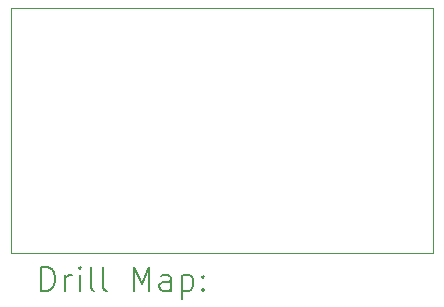
<source format=gbr>
%TF.GenerationSoftware,KiCad,Pcbnew,7.0.10*%
%TF.CreationDate,2025-06-25T11:10:32-05:00*%
%TF.ProjectId,ppg-pcb-4-afe,7070672d-7063-4622-9d34-2d6166652e6b,0*%
%TF.SameCoordinates,Original*%
%TF.FileFunction,Drillmap*%
%TF.FilePolarity,Positive*%
%FSLAX45Y45*%
G04 Gerber Fmt 4.5, Leading zero omitted, Abs format (unit mm)*
G04 Created by KiCad (PCBNEW 7.0.10) date 2025-06-25 11:10:32*
%MOMM*%
%LPD*%
G01*
G04 APERTURE LIST*
%ADD10C,0.100000*%
%ADD11C,0.200000*%
G04 APERTURE END LIST*
D10*
X9826500Y-8175000D02*
X13400000Y-8175000D01*
X13400000Y-10250000D01*
X9826500Y-10250000D01*
X9826500Y-8175000D01*
D11*
X10082277Y-10566484D02*
X10082277Y-10366484D01*
X10082277Y-10366484D02*
X10129896Y-10366484D01*
X10129896Y-10366484D02*
X10158467Y-10376008D01*
X10158467Y-10376008D02*
X10177515Y-10395055D01*
X10177515Y-10395055D02*
X10187039Y-10414103D01*
X10187039Y-10414103D02*
X10196563Y-10452198D01*
X10196563Y-10452198D02*
X10196563Y-10480770D01*
X10196563Y-10480770D02*
X10187039Y-10518865D01*
X10187039Y-10518865D02*
X10177515Y-10537912D01*
X10177515Y-10537912D02*
X10158467Y-10556960D01*
X10158467Y-10556960D02*
X10129896Y-10566484D01*
X10129896Y-10566484D02*
X10082277Y-10566484D01*
X10282277Y-10566484D02*
X10282277Y-10433150D01*
X10282277Y-10471246D02*
X10291801Y-10452198D01*
X10291801Y-10452198D02*
X10301324Y-10442674D01*
X10301324Y-10442674D02*
X10320372Y-10433150D01*
X10320372Y-10433150D02*
X10339420Y-10433150D01*
X10406086Y-10566484D02*
X10406086Y-10433150D01*
X10406086Y-10366484D02*
X10396563Y-10376008D01*
X10396563Y-10376008D02*
X10406086Y-10385531D01*
X10406086Y-10385531D02*
X10415610Y-10376008D01*
X10415610Y-10376008D02*
X10406086Y-10366484D01*
X10406086Y-10366484D02*
X10406086Y-10385531D01*
X10529896Y-10566484D02*
X10510848Y-10556960D01*
X10510848Y-10556960D02*
X10501324Y-10537912D01*
X10501324Y-10537912D02*
X10501324Y-10366484D01*
X10634658Y-10566484D02*
X10615610Y-10556960D01*
X10615610Y-10556960D02*
X10606086Y-10537912D01*
X10606086Y-10537912D02*
X10606086Y-10366484D01*
X10863229Y-10566484D02*
X10863229Y-10366484D01*
X10863229Y-10366484D02*
X10929896Y-10509341D01*
X10929896Y-10509341D02*
X10996563Y-10366484D01*
X10996563Y-10366484D02*
X10996563Y-10566484D01*
X11177515Y-10566484D02*
X11177515Y-10461722D01*
X11177515Y-10461722D02*
X11167991Y-10442674D01*
X11167991Y-10442674D02*
X11148944Y-10433150D01*
X11148944Y-10433150D02*
X11110848Y-10433150D01*
X11110848Y-10433150D02*
X11091801Y-10442674D01*
X11177515Y-10556960D02*
X11158467Y-10566484D01*
X11158467Y-10566484D02*
X11110848Y-10566484D01*
X11110848Y-10566484D02*
X11091801Y-10556960D01*
X11091801Y-10556960D02*
X11082277Y-10537912D01*
X11082277Y-10537912D02*
X11082277Y-10518865D01*
X11082277Y-10518865D02*
X11091801Y-10499817D01*
X11091801Y-10499817D02*
X11110848Y-10490293D01*
X11110848Y-10490293D02*
X11158467Y-10490293D01*
X11158467Y-10490293D02*
X11177515Y-10480770D01*
X11272753Y-10433150D02*
X11272753Y-10633150D01*
X11272753Y-10442674D02*
X11291801Y-10433150D01*
X11291801Y-10433150D02*
X11329896Y-10433150D01*
X11329896Y-10433150D02*
X11348943Y-10442674D01*
X11348943Y-10442674D02*
X11358467Y-10452198D01*
X11358467Y-10452198D02*
X11367991Y-10471246D01*
X11367991Y-10471246D02*
X11367991Y-10528389D01*
X11367991Y-10528389D02*
X11358467Y-10547436D01*
X11358467Y-10547436D02*
X11348943Y-10556960D01*
X11348943Y-10556960D02*
X11329896Y-10566484D01*
X11329896Y-10566484D02*
X11291801Y-10566484D01*
X11291801Y-10566484D02*
X11272753Y-10556960D01*
X11453705Y-10547436D02*
X11463229Y-10556960D01*
X11463229Y-10556960D02*
X11453705Y-10566484D01*
X11453705Y-10566484D02*
X11444182Y-10556960D01*
X11444182Y-10556960D02*
X11453705Y-10547436D01*
X11453705Y-10547436D02*
X11453705Y-10566484D01*
X11453705Y-10442674D02*
X11463229Y-10452198D01*
X11463229Y-10452198D02*
X11453705Y-10461722D01*
X11453705Y-10461722D02*
X11444182Y-10452198D01*
X11444182Y-10452198D02*
X11453705Y-10442674D01*
X11453705Y-10442674D02*
X11453705Y-10461722D01*
M02*

</source>
